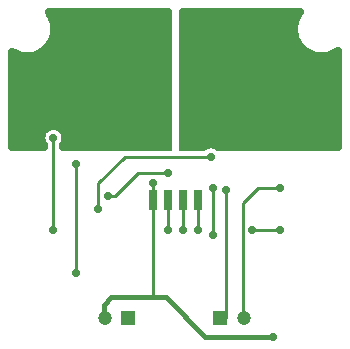
<source format=gbr>
G04 DipTrace 3.2.0.1*
G04 Top.gbr*
%MOIN*%
G04 #@! TF.FileFunction,Copper,L1,Top*
G04 #@! TF.Part,Single*
G04 #@! TA.AperFunction,Conductor*
%ADD14C,0.01*%
%ADD15C,0.015748*%
G04 #@! TA.AperFunction,CopperBalancing*
%ADD17C,0.025*%
G04 #@! TA.AperFunction,ComponentPad*
%ADD21R,0.047244X0.047244*%
%ADD22C,0.047244*%
%ADD27R,0.025591X0.068898*%
G04 #@! TA.AperFunction,ComponentPad*
%ADD28C,0.11811*%
G04 #@! TA.AperFunction,ViaPad*
%ADD29C,0.027559*%
%FSLAX26Y26*%
G04*
G70*
G90*
G75*
G01*
G04 Top*
%LPD*%
X656228Y1025017D2*
D14*
Y662479D1*
X752507Y512463D2*
X749988D1*
X912505Y906255D2*
Y962510D1*
X1312547Y449957D2*
D15*
X1087524D1*
X956260Y581220D1*
X912505D1*
X774991D1*
X749988Y556218D1*
Y512463D1*
X752507D1*
X912505Y906255D2*
D14*
Y581220D1*
X762490Y918756D2*
X787492D1*
X862500Y993764D1*
X962510D1*
X1243790Y806244D2*
X1337550D1*
X1062521D2*
Y906255D1*
X1062505D1*
X1156281Y937508D2*
Y512463D1*
X1137529D1*
X1337550Y943759D2*
X1262542D1*
X1212537Y893753D1*
Y512463D1*
X1216269D1*
X1112731Y943759D2*
Y787697D1*
X910930Y1101136D2*
X962505D1*
X1012505D2*
X1062505D1*
X731236Y875001D2*
Y962510D1*
X818738Y1050012D1*
X1106276D1*
X581220Y806244D2*
Y1112526D1*
X962510Y806244D2*
Y906255D1*
X962505D1*
X1012516Y806244D2*
Y906255D1*
X1012505D1*
D29*
X656228Y1025017D3*
Y662479D3*
X912505Y962510D3*
X762490Y918756D3*
X962510Y993764D3*
X1337550Y806244D3*
X1243790D3*
X1156281Y937508D3*
X1337550Y943759D3*
X1112731D3*
Y787697D3*
X731236Y875001D3*
X1106276Y1050012D3*
X581220Y806244D3*
Y1112526D3*
X962510Y806244D3*
X1012516D3*
X1062521D3*
X1312547Y449957D3*
X1015033Y1506453D2*
D17*
X1386781D1*
X1015033Y1481584D2*
X1381433D1*
X1015033Y1456715D2*
X1383084D1*
X1015033Y1431846D2*
X1392092D1*
X1015033Y1406978D2*
X1411648D1*
X1015033Y1382109D2*
X1528810D1*
X1015033Y1357240D2*
X1528810D1*
X1015033Y1332371D2*
X1528810D1*
X1015033Y1307503D2*
X1528810D1*
X1015033Y1282634D2*
X1528810D1*
X1015033Y1257765D2*
X1528810D1*
X1015033Y1232896D2*
X1528810D1*
X1015033Y1208028D2*
X1528810D1*
X1015033Y1183159D2*
X1528810D1*
X1015033Y1158290D2*
X1528810D1*
X1015033Y1133421D2*
X1528810D1*
X1015033Y1108552D2*
X1528810D1*
X1015033Y1083684D2*
X1081693D1*
X1130866D2*
X1528810D1*
X1531316Y1403154D2*
X1522820Y1397172D1*
X1516560Y1393667D1*
X1510045Y1390663D1*
X1503314Y1388180D1*
X1496409Y1386232D1*
X1489373Y1384832D1*
X1482248Y1383990D1*
X1475079Y1383707D1*
X1467909Y1383990D1*
X1460785Y1384832D1*
X1453748Y1386232D1*
X1446844Y1388180D1*
X1440113Y1390663D1*
X1433597Y1393667D1*
X1427337Y1397172D1*
X1421371Y1401157D1*
X1415738Y1405600D1*
X1410470Y1410470D1*
X1405600Y1415738D1*
X1401157Y1421371D1*
X1397172Y1427337D1*
X1393667Y1433597D1*
X1390663Y1440113D1*
X1388180Y1446844D1*
X1386232Y1453748D1*
X1384832Y1460785D1*
X1383990Y1467909D1*
X1383707Y1475079D1*
X1383990Y1482248D1*
X1384832Y1489373D1*
X1386232Y1496409D1*
X1388180Y1503314D1*
X1390663Y1510045D1*
X1393667Y1516560D1*
X1397172Y1522820D1*
X1403154Y1531316D1*
X1012484Y1531322D1*
X1012514Y1081525D1*
X1081159Y1081504D1*
X1085234Y1084349D1*
X1090865Y1087218D1*
X1096874Y1089171D1*
X1103115Y1090159D1*
X1109436D1*
X1115677Y1089171D1*
X1121686Y1087218D1*
X1127318Y1084349D1*
X1131625Y1081269D1*
X1531352Y1081272D1*
X1531322Y1403033D1*
X582008Y1506453D2*
X960000D1*
X587356Y1481584D2*
X960000D1*
X585705Y1456715D2*
X960000D1*
X576734Y1431846D2*
X960000D1*
X557140Y1406978D2*
X960000D1*
X446223Y1382109D2*
X960000D1*
X446223Y1357240D2*
X960000D1*
X446223Y1332371D2*
X960000D1*
X446223Y1307503D2*
X960000D1*
X446223Y1282634D2*
X960000D1*
X446223Y1257765D2*
X960000D1*
X446223Y1232896D2*
X960000D1*
X446223Y1208028D2*
X960000D1*
X446223Y1183159D2*
X960000D1*
X446223Y1158290D2*
X960000D1*
X446223Y1133421D2*
X544282D1*
X618144D2*
X960000D1*
X446223Y1108552D2*
X538648D1*
X623814D2*
X960000D1*
X446223Y1083684D2*
X547224D1*
X615201D2*
X960000D1*
X584801Y1467895D2*
X583958Y1460770D1*
X582558Y1453734D1*
X580610Y1446829D1*
X578127Y1440098D1*
X575123Y1433583D1*
X571618Y1427323D1*
X567633Y1421357D1*
X563190Y1415723D1*
X558320Y1410455D1*
X553052Y1405585D1*
X547419Y1401143D1*
X541453Y1397157D1*
X535193Y1393652D1*
X528677Y1390648D1*
X521946Y1388165D1*
X515042Y1386218D1*
X508005Y1384818D1*
X500881Y1383975D1*
X493711Y1383693D1*
X486542Y1383975D1*
X479417Y1384818D1*
X472381Y1386218D1*
X465476Y1388165D1*
X458745Y1390648D1*
X452230Y1393652D1*
X443710Y1398668D1*
X443705Y1081239D1*
X549730Y1081272D1*
X549728Y1087396D1*
X546883Y1091484D1*
X544014Y1097115D1*
X542062Y1103125D1*
X541073Y1109366D1*
Y1115686D1*
X542062Y1121928D1*
X544014Y1127937D1*
X546883Y1133568D1*
X550597Y1138681D1*
X555066Y1143150D1*
X560178Y1146864D1*
X565810Y1149732D1*
X571819Y1151685D1*
X578060Y1152673D1*
X584381D1*
X590622Y1151685D1*
X596631Y1149732D1*
X602262Y1146864D1*
X607375Y1143150D1*
X611844Y1138681D1*
X615558Y1133568D1*
X618427Y1127937D1*
X620379Y1121928D1*
X621367Y1115686D1*
Y1109366D1*
X620379Y1103125D1*
X618427Y1097115D1*
X615558Y1091484D1*
X612707Y1087469D1*
X612713Y1081272D1*
X816266Y1081407D1*
X883042Y1081504D1*
X962525D1*
X962512Y1531354D1*
X565681Y1531322D1*
X571618Y1522806D1*
X575123Y1516546D1*
X578127Y1510030D1*
X580610Y1503299D1*
X582558Y1496395D1*
X583958Y1489358D1*
X584801Y1482234D1*
X585083Y1475064D1*
X584801Y1467895D1*
D21*
X1137529Y512463D3*
D22*
X1216269D3*
D21*
X831247D3*
D22*
X752507D3*
D27*
X912505Y906255D3*
X962505D3*
X1012505D3*
X1062505D3*
Y1101136D3*
X1012505D3*
X962505D3*
X910930D3*
D28*
X793743Y1456312D3*
X1167759Y1455525D3*
M02*

</source>
